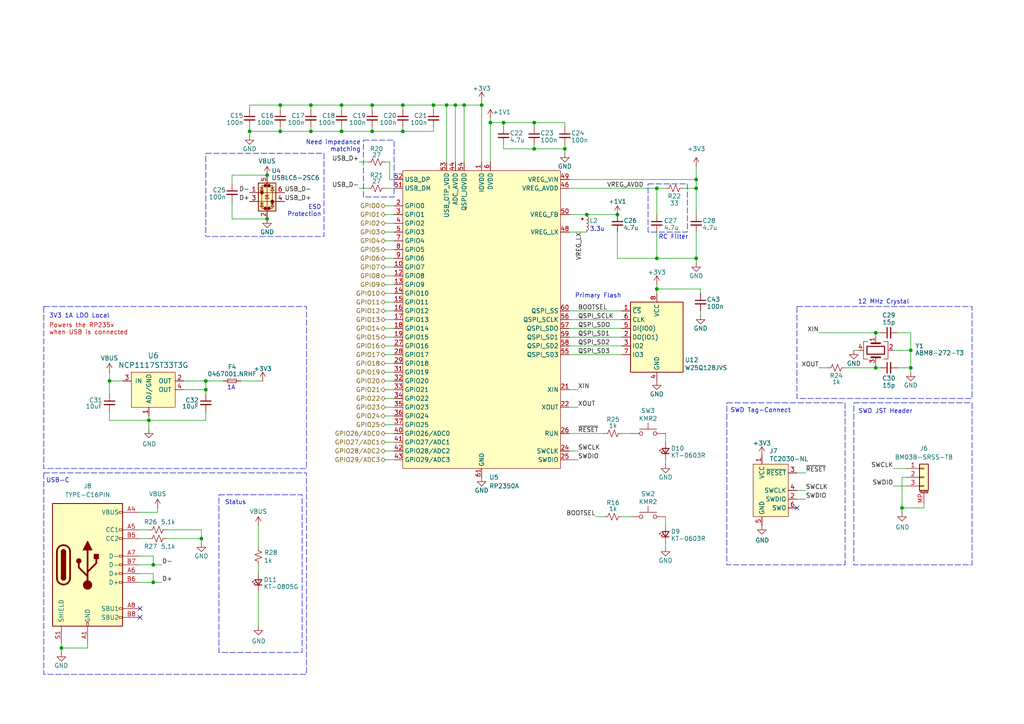
<source format=kicad_sch>
(kicad_sch (version 20231120) (generator "eeschema") (generator_version "8.0")
  (paper "A4")
  (lib_symbols
    (symbol "Connector:Conn_ARM_SWD_TagConnect_TC2030-NL" (in_bom no)
      (property "Reference" "J" (at 2.54 11.43 0))
      (property "Value" "Conn_ARM_SWD_TagConnect_TC2030-NL" (at 2.54 8.89 0))
      (symbol "Conn_ARM_SWD_TagConnect_TC2030-NL_0_0"
        (pin power_in line (at -2.54 10.16 270) (length 2.54) (name "VCC") (number "1"))
        (pin bidirectional line (at 7.62 -2.54 180) (length 2.54) (name "SWDIO") (number "2"))
        (pin open_collector line (at 7.62 5.08 180) (length 2.54) (name "~{RESET}") (number "3"))
        (pin output line (at 7.62 0 180) (length 2.54) (name "SWCLK") (number "4"))
        (pin power_in line (at -2.54 -10.16 90) (length 2.54) (name "GND") (number "5"))
        (pin input line (at 7.62 -5.08 180) (length 2.54) (name "SWO") (number "6"))
      )
    )
    (symbol "Connector:USB_C_Receptacle_USB2.0_16P" (pin_names (offset 1.016))
      (property "Reference" "J" (at 0 22.225 0))
      (property "Value" "USB_C_Receptacle_USB2.0_16P" (at 0 19.685 0))
      (symbol "USB_C_Receptacle_USB2.0_16P_1_1"
        (pin passive line (at 0 -22.86 90) (length 5.08) (name "GND") (number "A1"))
        (pin passive line (at 0 -22.86 90) (length 5.08) hide (name "GND") (number "A12"))
        (pin passive line (at 15.24 15.24 180) (length 5.08) (name "VBUS") (number "A4"))
        (pin bidirectional line (at 15.24 10.16 180) (length 5.08) (name "CC1") (number "A5"))
        (pin bidirectional line (at 15.24 -2.54 180) (length 5.08) (name "D+") (number "A6"))
        (pin bidirectional line (at 15.24 2.54 180) (length 5.08) (name "D-") (number "A7"))
        (pin bidirectional line (at 15.24 -12.7 180) (length 5.08) (name "SBU1") (number "A8"))
        (pin passive line (at 15.24 15.24 180) (length 5.08) hide (name "VBUS") (number "A9"))
        (pin passive line (at 0 -22.86 90) (length 5.08) hide (name "GND") (number "B1"))
        (pin passive line (at 0 -22.86 90) (length 5.08) hide (name "GND") (number "B12"))
        (pin passive line (at 15.24 15.24 180) (length 5.08) hide (name "VBUS") (number "B4"))
        (pin bidirectional line (at 15.24 7.62 180) (length 5.08) (name "CC2") (number "B5"))
        (pin bidirectional line (at 15.24 -5.08 180) (length 5.08) (name "D+") (number "B6"))
        (pin bidirectional line (at 15.24 0 180) (length 5.08) (name "D-") (number "B7"))
        (pin bidirectional line (at 15.24 -15.24 180) (length 5.08) (name "SBU2") (number "B8"))
        (pin passive line (at 15.24 15.24 180) (length 5.08) hide (name "VBUS") (number "B9"))
        (pin passive line (at -7.62 -22.86 90) (length 5.08) (name "SHIELD") (number "S1"))
      )
    )
    (symbol "Connector_Generic_MountingPin:Conn_01x03_MountingPin" (pin_names (offset 1.016) hide)
      (property "Reference" "J" (at 0 5.08 0))
      (property "Value" "Conn_01x03_MountingPin" (at 1.27 -5.08 0))
      (symbol "Conn_01x03_MountingPin_1_1"
        (text "Mounting" (at 0 -4.191 0) (effects (font (size 0.381 0.381))))
        (pin passive line (at -5.08 2.54 0) (length 3.81) (name "Pin_1") (number "1"))
        (pin passive line (at -5.08 0 0) (length 3.81) (name "Pin_2") (number "2"))
        (pin passive line (at -5.08 -2.54 0) (length 3.81) (name "Pin_3") (number "3"))
        (pin passive line (at 0 -7.62 90) (length 3.048) (name "MountPin") (number "MP"))
      )
    )
    (symbol "Device:C_Small" (pin_numbers hide) (pin_names (offset 0.254) hide)
      (property "Reference" "C" (at 0.254 1.778 0))
      (property "Value" "C_Small" (at 0.254 -2.032 0))
      (symbol "C_Small_1_1"
        (pin passive line (at 0 2.54 270) (length 2.032) (name "~") (number "1"))
        (pin passive line (at 0 -2.54 90) (length 2.032) (name "~") (number "2"))
      )
    )
    (symbol "Device:Crystal_GND24" (pin_names (offset 1.016) hide)
      (property "Reference" "Y" (at 3.175 5.08 0))
      (property "Value" "Crystal_GND24" (at 3.175 3.175 0))
      (symbol "Crystal_GND24_1_1"
        (pin passive line (at -3.81 0 0) (length 1.27) (name "1") (number "1"))
        (pin passive line (at 0 5.08 270) (length 1.27) (name "2") (number "2"))
        (pin passive line (at 3.81 0 180) (length 1.27) (name "3") (number "3"))
        (pin passive line (at 0 -5.08 90) (length 1.27) (name "4") (number "4"))
      )
    )
    (symbol "Device:Fuse_Small" (pin_numbers hide) (pin_names (offset 0.254) hide)
      (property "Reference" "F" (at 0 -1.524 0))
      (property "Value" "Fuse_Small" (at 0 1.524 0))
      (symbol "Fuse_Small_1_1"
        (pin passive line (at -2.54 0 0) (length 1.27) (name "~") (number "1"))
        (pin passive line (at 2.54 0 180) (length 1.27) (name "~") (number "2"))
      )
    )
    (symbol "Device:LED_Small" (pin_numbers hide) (pin_names (offset 0.254) hide)
      (property "Reference" "D" (at -1.27 3.175 0))
      (property "Value" "LED_Small" (at -4.445 -2.54 0))
      (symbol "LED_Small_1_1"
        (pin passive line (at -2.54 0 0) (length 1.778) (name "K") (number "1"))
        (pin passive line (at 2.54 0 180) (length 1.778) (name "A") (number "2"))
      )
    )
    (symbol "Device:L_Small" (pin_numbers hide) (pin_names (offset 0.254) hide)
      (property "Reference" "L" (at 0.762 1.016 0))
      (property "Value" "L_Small" (at 0.762 -1.016 0))
      (symbol "L_Small_1_1"
        (pin passive line (at 0 2.54 270) (length 0.508) (name "~") (number "1"))
        (pin passive line (at 0 -2.54 90) (length 0.508) (name "~") (number "2"))
      )
    )
    (symbol "Device:R_Small_US" (pin_numbers hide) (pin_names (offset 0.254) hide)
      (property "Reference" "R" (at 0.762 0.508 0))
      (property "Value" "R_Small_US" (at 0.762 -1.016 0))
      (symbol "R_Small_US_1_1"
        (pin passive line (at 0 2.54 270) (length 1.016) (name "~") (number "1"))
        (pin passive line (at 0 -2.54 90) (length 1.016) (name "~") (number "2"))
      )
    )
    (symbol "Memory_Flash:W25Q128JVS"
      (property "Reference" "U" (at -8.89 8.89 0))
      (property "Value" "W25Q128JVS" (at 7.62 8.89 0))
      (symbol "W25Q128JVS_1_1"
        (pin input line (at -10.16 7.62 0) (length 2.54) (name "~{CS}") (number "1"))
        (pin bidirectional line (at -10.16 0 0) (length 2.54) (name "DO(IO1)") (number "2"))
        (pin bidirectional line (at -10.16 -2.54 0) (length 2.54) (name "IO2") (number "3"))
        (pin power_in line (at 0 -12.7 90) (length 2.54) (name "GND") (number "4"))
        (pin bidirectional line (at -10.16 2.54 0) (length 2.54) (name "DI(IO0)") (number "5"))
        (pin input line (at -10.16 5.08 0) (length 2.54) (name "CLK") (number "6"))
        (pin bidirectional line (at -10.16 -5.08 0) (length 2.54) (name "IO3") (number "7"))
        (pin power_in line (at 0 12.7 270) (length 2.54) (name "VCC") (number "8"))
      )
    )
    (symbol "Power_Protection:USBLC6-2SC6" (pin_names hide)
      (property "Reference" "U" (at 0.635 5.715 0))
      (property "Value" "USBLC6-2SC6" (at 0.635 3.81 0))
      (symbol "USBLC6-2SC6_1_1"
        (pin passive line (at -5.08 0 0) (length 2.54) (name "I/O1") (number "1"))
        (pin passive line (at 0 -7.62 90) (length 2.54) (name "GND") (number "2"))
        (pin passive line (at -5.08 -2.54 0) (length 2.54) (name "I/O2") (number "3"))
        (pin passive line (at 5.08 -2.54 180) (length 2.54) (name "I/O2") (number "4"))
        (pin passive line (at 0 5.08 270) (length 2.54) (name "VBUS") (number "5"))
        (pin passive line (at 5.08 0 180) (length 2.54) (name "I/O1") (number "6"))
      )
    )
    (symbol "Switch:SW_Push" (pin_numbers hide) (pin_names (offset 1.016) hide)
      (property "Reference" "SW" (at 1.27 2.54 0))
      (property "Value" "SW_Push" (at 0 -1.524 0))
      (symbol "SW_Push_0_1"
        (pin passive line (at -5.08 0 0) (length 2.54) (name "1") (number "1"))
        (pin passive line (at 5.08 0 180) (length 2.54) (name "2") (number "2"))
      )
    )
    (symbol "dk_PMIC-Voltage-Regulators-Linear:NCP1117ST33T3G" (pin_names (offset 1.016))
      (property "Reference" "U" (at 2.54 3.81 0))
      (property "Value" "NCP1117ST33T3G" (at 2.54 6.35 0))
      (symbol "NCP1117ST33T3G_1_1"
        (pin power_in line (at 0 -10.16 90) (length 2.54) (name "ADJ/GND") (number "1"))
        (pin power_out line (at 10.16 0 180) (length 2.54) (name "OUT") (number "2"))
        (pin power_in line (at -7.62 0 0) (length 2.54) (name "IN") (number "3"))
        (pin power_out line (at 10.16 -2.54 180) (length 2.54) (name "OUT") (number "4"))
      )
    )
    (symbol "power:+1V1" (power) (pin_numbers hide) (pin_names (offset 0) hide)
      (property "Value" "+1V1" (at 0 3.556 0))
      (symbol "+1V1_1_1"
        (pin power_in line (at 0 0 90) (length 0) (name "~") (number "1"))
      )
    )
    (symbol "power:+3V3" (power) (pin_numbers hide) (pin_names (offset 0) hide)
      (property "Value" "+3V3" (at 0 3.556 0))
      (symbol "+3V3_1_1"
        (pin power_in line (at 0 0 90) (length 0) (name "~") (number "1"))
      )
    )
    (symbol "power:GND" (power) (pin_numbers hide) (pin_names (offset 0) hide)
      (property "Value" "GND" (at 0 -3.81 0))
      (symbol "GND_1_1"
        (pin power_in line (at 0 0 270) (length 0) (name "~") (number "1"))
      )
    )
    (symbol "power:VBUS" (power) (pin_numbers hide) (pin_names (offset 0) hide)
      (property "Value" "VBUS" (at 0 3.556 0))
      (symbol "VBUS_1_1"
        (pin power_in line (at 0 0 90) (length 0) (name "~") (number "1"))
      )
    )
    (symbol "rpi-lib-kicad-rp235x:RP2350A"
      (property "Reference" "U" (at 17.78 48.26 0))
      (property "Value" "RP2350A" (at 17.78 45.72 0))
      (symbol "RP2350A_0_0"
        (pin power_in line (at 0 45.72 270) (length 2.54) (name "IOVDD") (number "1"))
        (pin bidirectional line (at -25.4 15.24 0) (length 2.54) (name "GPIO7") (number "10"))
        (pin passive line (at 0 45.72 270) (length 2.54) hide (name "IOVDD") (number "11"))
        (pin bidirectional line (at -25.4 12.7 0) (length 2.54) (name "GPIO8") (number "12"))
        (pin bidirectional line (at -25.4 10.16 0) (length 2.54) (name "GPIO9") (number "13"))
        (pin bidirectional line (at -25.4 7.62 0) (length 2.54) (name "GPIO10") (number "14"))
        (pin bidirectional line (at -25.4 5.08 0) (length 2.54) (name "GPIO11") (number "15"))
        (pin bidirectional line (at -25.4 2.54 0) (length 2.54) (name "GPIO12") (number "16"))
        (pin bidirectional line (at -25.4 0 0) (length 2.54) (name "GPIO13") (number "17"))
        (pin bidirectional line (at -25.4 -2.54 0) (length 2.54) (name "GPIO14") (number "18"))
        (pin bidirectional line (at -25.4 -5.08 0) (length 2.54) (name "GPIO15") (number "19"))
        (pin bidirectional line (at -25.4 33.02 0) (length 2.54) (name "GPIO0") (number "2"))
        (pin passive line (at 0 45.72 270) (length 2.54) hide (name "IOVDD") (number "20"))
        (pin input line (at 25.4 -20.32 180) (length 2.54) (name "XIN") (number "21"))
        (pin output line (at 25.4 -25.4 180) (length 2.54) (name "XOUT") (number "22"))
        (pin passive line (at 2.54 45.72 270) (length 2.54) hide (name "DVDD") (number "23"))
        (pin input line (at 25.4 -38.1 180) (length 2.54) (name "SWCLK") (number "24"))
        (pin bidirectional line (at 25.4 -40.64 180) (length 2.54) (name "SWDIO") (number "25"))
        (pin input line (at 25.4 -33.02 180) (length 2.54) (name "RUN") (number "26"))
        (pin bidirectional line (at -25.4 -7.62 0) (length 2.54) (name "GPIO16") (number "27"))
        (pin bidirectional line (at -25.4 -10.16 0) (length 2.54) (name "GPIO17") (number "28"))
        (pin bidirectional line (at -25.4 -12.7 0) (length 2.54) (name "GPIO18") (number "29"))
        (pin bidirectional line (at -25.4 30.48 0) (length 2.54) (name "GPIO1") (number "3"))
        (pin passive line (at 0 45.72 270) (length 2.54) hide (name "IOVDD") (number "30"))
        (pin bidirectional line (at -25.4 -15.24 0) (length 2.54) (name "GPIO19") (number "31"))
        (pin bidirectional line (at -25.4 -17.78 0) (length 2.54) (name "GPIO20") (number "32"))
        (pin bidirectional line (at -25.4 -20.32 0) (length 2.54) (name "GPIO21") (number "33"))
        (pin bidirectional line (at -25.4 -22.86 0) (length 2.54) (name "GPIO22") (number "34"))
        (pin bidirectional line (at -25.4 -25.4 0) (length 2.54) (name "GPIO23") (number "35"))
        (pin bidirectional line (at -25.4 -27.94 0) (length 2.54) (name "GPIO24") (number "36"))
        (pin bidirectional line (at -25.4 -30.48 0) (length 2.54) (name "GPIO25") (number "37"))
        (pin passive line (at 0 45.72 270) (length 2.54) hide (name "IOVDD") (number "38"))
        (pin passive line (at 2.54 45.72 270) (length 2.54) hide (name "DVDD") (number "39"))
        (pin bidirectional line (at -25.4 27.94 0) (length 2.54) (name "GPIO2") (number "4"))
        (pin bidirectional line (at -25.4 -33.02 0) (length 2.54) (name "GPIO26/ADC0") (number "40"))
        (pin bidirectional line (at -25.4 -35.56 0) (length 2.54) (name "GPIO27/ADC1") (number "41"))
        (pin bidirectional line (at -25.4 -38.1 0) (length 2.54) (name "GPIO28/ADC2") (number "42"))
        (pin bidirectional line (at -25.4 -40.64 0) (length 2.54) (name "GPIO29/ADC3") (number "43"))
        (pin power_in line (at -7.62 45.72 270) (length 2.54) (name "ADC_AVDD") (number "44"))
        (pin passive line (at 0 45.72 270) (length 2.54) hide (name "IOVDD") (number "45"))
        (pin power_in line (at 25.4 38.1 180) (length 2.54) (name "VREG_AVDD") (number "46"))
        (pin passive line (at 25.4 25.4 180) (length 2.54) (name "VREG_LX") (number "48"))
        (pin power_in line (at 25.4 40.64 180) (length 2.54) (name "VREG_VIN") (number "49"))
        (pin bidirectional line (at -25.4 25.4 0) (length 2.54) (name "GPIO3") (number "5"))
        (pin passive line (at 25.4 30.48 180) (length 2.54) (name "VREG_FB") (number "50"))
        (pin bidirectional line (at -25.4 38.1 0) (length 2.54) (name "USB_DM") (number "51"))
        (pin bidirectional line (at -25.4 40.64 0) (length 2.54) (name "USB_DP") (number "52"))
        (pin power_in line (at -10.16 45.72 270) (length 2.54) (name "USB_OTP_VDD") (number "53"))
        (pin power_in line (at -5.08 45.72 270) (length 2.54) (name "QSPI_IOVDD") (number "54"))
        (pin unspecified line (at 25.4 -10.16 180) (length 2.54) (name "QSPI_SD3") (number "55"))
        (pin unspecified line (at 25.4 0 180) (length 2.54) (name "QSPI_SCLK") (number "56"))
        (pin unspecified line (at 25.4 -2.54 180) (length 2.54) (name "QSPI_SDO") (number "57"))
        (pin unspecified line (at 25.4 -7.62 180) (length 2.54) (name "QSPI_SD2") (number "58"))
        (pin unspecified line (at 25.4 -5.08 180) (length 2.54) (name "QSPI_SD1") (number "59"))
        (pin power_in line (at 2.54 45.72 270) (length 2.54) (name "DVDD") (number "6"))
        (pin unspecified line (at 25.4 2.54 180) (length 2.54) (name "QSPI_SS") (number "60"))
        (pin bidirectional line (at -25.4 22.86 0) (length 2.54) (name "GPIO4") (number "7"))
        (pin bidirectional line (at -25.4 20.32 0) (length 2.54) (name "GPIO5") (number "8"))
        (pin bidirectional line (at -25.4 17.78 0) (length 2.54) (name "GPIO6") (number "9"))
      )
      (symbol "RP2350A_1_0"
        (pin passive line (at 0 -45.72 90) (length 2.54) hide (name "VREG_PGND") (number "47"))
        (pin power_in line (at 0 -45.72 90) (length 2.54) (name "GND") (number "61"))
      )
    )
  )
  (junction (at 264.16 106.68))
  (junction (at 43.18 121.92))
  (junction (at 139.7 30.48))
  (junction (at 81.28 30.48))
  (junction (at 163.83 43.18))
  (junction (at 142.24 35.56))
  (junction (at 132.08 30.48))
  (junction (at 201.93 74.93))
  (junction (at 44.45 168.91))
  (junction (at 190.5 74.93))
  (junction (at 190.5 54.61))
  (junction (at 125.73 30.48))
  (junction (at 107.95 38.1))
  (junction (at 190.5 83.82))
  (junction (at 99.06 38.1))
  (junction (at 134.62 30.48))
  (junction (at 59.69 113.03))
  (junction (at 31.75 110.49))
  (junction (at 90.17 30.48))
  (junction (at 201.93 54.61))
  (junction (at 77.47 50.8))
  (junction (at 17.78 187.96))
  (junction (at 59.69 110.49))
  (junction (at 261.62 147.32))
  (junction (at 77.47 63.5))
  (junction (at 116.84 30.48))
  (junction (at 154.94 43.18))
  (junction (at 81.28 38.1))
  (junction (at 201.93 52.07))
  (junction (at 116.84 38.1))
  (junction (at 129.54 30.48))
  (junction (at 170.18 62.23))
  (junction (at 179.07 62.23))
  (junction (at 146.05 35.56))
  (junction (at 254 106.68))
  (junction (at 99.06 30.48))
  (junction (at 107.95 30.48))
  (junction (at 264.16 101.6))
  (junction (at 58.42 156.21))
  (junction (at 72.39 38.1))
  (junction (at 254 96.52))
  (junction (at 90.17 38.1))
  (junction (at 154.94 35.56))
  (junction (at 44.45 163.83))
  (no_connect (at 40.64 176.53))
  (no_connect (at 231.14 147.32))
  (no_connect (at 40.64 179.07))
  (wire (pts (xy 45.72 147.32) (xy 45.72 148.59)))
  (wire (pts (xy 74.93 163.83) (xy 74.93 166.37)))
  (wire (pts (xy 163.83 35.56) (xy 163.83 36.83)))
  (wire (pts (xy 31.75 121.92) (xy 43.18 121.92)))
  (wire (pts (xy 111.76 80.01) (xy 114.3 80.01)))
  (wire (pts (xy 201.93 54.61) (xy 201.93 52.07)))
  (wire (pts (xy 254 96.52) (xy 255.27 96.52)))
  (wire (pts (xy 111.76 67.31) (xy 114.3 67.31)))
  (wire (pts (xy 40.64 166.37) (xy 44.45 166.37)))
  (wire (pts (xy 48.26 156.21) (xy 58.42 156.21)))
  (wire (pts (xy 201.93 48.26) (xy 201.93 52.07)))
  (wire (pts (xy 31.75 121.92) (xy 31.75 119.38)))
  (wire (pts (xy 163.83 41.91) (xy 163.83 43.18)))
  (wire (pts (xy 237.49 96.52) (xy 254 96.52)))
  (wire (pts (xy 113.03 46.99) (xy 113.03 52.07)))
  (wire (pts (xy 165.1 54.61) (xy 190.5 54.61)))
  (wire (pts (xy 111.76 128.27) (xy 114.3 128.27)))
  (wire (pts (xy 44.45 163.83) (xy 46.99 163.83)))
  (wire (pts (xy 107.95 36.83) (xy 107.95 38.1)))
  (wire (pts (xy 245.11 106.68) (xy 254 106.68)))
  (wire (pts (xy 260.35 96.52) (xy 264.16 96.52)))
  (wire (pts (xy 111.76 77.47) (xy 114.3 77.47)))
  (wire (pts (xy 201.93 74.93) (xy 201.93 76.2)))
  (wire (pts (xy 262.89 138.43) (xy 261.62 138.43)))
  (wire (pts (xy 90.17 30.48) (xy 90.17 31.75)))
  (wire (pts (xy 165.1 97.79) (xy 180.34 97.79)))
  (wire (pts (xy 99.06 30.48) (xy 99.06 31.75)))
  (wire (pts (xy 254 106.68) (xy 255.27 106.68)))
  (wire (pts (xy 142.24 34.29) (xy 142.24 35.56)))
  (wire (pts (xy 111.76 95.25) (xy 114.3 95.25)))
  (wire (pts (xy 81.28 36.83) (xy 81.28 38.1)))
  (wire (pts (xy 111.76 118.11) (xy 114.3 118.11)))
  (wire (pts (xy 31.75 107.95) (xy 31.75 110.49)))
  (wire (pts (xy 170.18 62.23) (xy 179.07 62.23)))
  (wire (pts (xy 111.76 107.95) (xy 114.3 107.95)))
  (wire (pts (xy 264.16 107.95) (xy 264.16 106.68)))
  (wire (pts (xy 259.08 101.6) (xy 264.16 101.6)))
  (wire (pts (xy 67.31 50.8) (xy 67.31 53.34)))
  (wire (pts (xy 190.5 74.93) (xy 201.93 74.93)))
  (wire (pts (xy 111.76 113.03) (xy 114.3 113.03)))
  (wire (pts (xy 167.64 118.11) (xy 165.1 118.11)))
  (wire (pts (xy 139.7 29.21) (xy 139.7 30.48)))
  (wire (pts (xy 111.76 59.69) (xy 114.3 59.69)))
  (wire (pts (xy 129.54 30.48) (xy 129.54 46.99)))
  (wire (pts (xy 74.93 152.4) (xy 74.93 158.75)))
  (wire (pts (xy 17.78 187.96) (xy 17.78 189.23)))
  (wire (pts (xy 111.76 130.81) (xy 114.3 130.81)))
  (wire (pts (xy 203.2 90.17) (xy 203.2 91.44)))
  (wire (pts (xy 260.35 106.68) (xy 264.16 106.68)))
  (wire (pts (xy 139.7 30.48) (xy 139.7 46.99)))
  (wire (pts (xy 59.69 110.49) (xy 59.69 113.03)))
  (wire (pts (xy 111.76 125.73) (xy 114.3 125.73)))
  (wire (pts (xy 99.06 30.48) (xy 90.17 30.48)))
  (wire (pts (xy 111.76 69.85) (xy 114.3 69.85)))
  (wire (pts (xy 146.05 35.56) (xy 146.05 36.83)))
  (wire (pts (xy 190.5 67.31) (xy 190.5 74.93)))
  (wire (pts (xy 193.04 157.48) (xy 193.04 158.75)))
  (wire (pts (xy 233.68 144.78) (xy 231.14 144.78)))
  (wire (pts (xy 111.76 97.79) (xy 114.3 97.79)))
  (wire (pts (xy 261.62 148.59) (xy 261.62 147.32)))
  (wire (pts (xy 59.69 121.92) (xy 43.18 121.92)))
  (wire (pts (xy 107.95 30.48) (xy 99.06 30.48)))
  (wire (pts (xy 264.16 101.6) (xy 264.16 106.68)))
  (wire (pts (xy 193.04 125.73) (xy 193.04 128.27)))
  (wire (pts (xy 44.45 168.91) (xy 46.99 168.91)))
  (wire (pts (xy 59.69 110.49) (xy 64.77 110.49)))
  (wire (pts (xy 165.1 100.33) (xy 180.34 100.33)))
  (wire (pts (xy 113.03 46.99) (xy 111.76 46.99)))
  (wire (pts (xy 81.28 38.1) (xy 90.17 38.1)))
  (wire (pts (xy 43.18 121.92) (xy 43.18 120.65)))
  (wire (pts (xy 40.64 156.21) (xy 43.18 156.21)))
  (wire (pts (xy 264.16 96.52) (xy 264.16 101.6)))
  (wire (pts (xy 190.5 62.23) (xy 190.5 54.61)))
  (wire (pts (xy 107.95 30.48) (xy 116.84 30.48)))
  (wire (pts (xy 125.73 30.48) (xy 116.84 30.48)))
  (wire (pts (xy 201.93 67.31) (xy 201.93 74.93)))
  (wire (pts (xy 165.1 67.31) (xy 170.18 67.31)))
  (wire (pts (xy 190.5 83.82) (xy 203.2 83.82)))
  (wire (pts (xy 146.05 41.91) (xy 146.05 43.18)))
  (wire (pts (xy 165.1 92.71) (xy 180.34 92.71)))
  (wire (pts (xy 163.83 43.18) (xy 154.94 43.18)))
  (wire (pts (xy 163.83 43.18) (xy 163.83 44.45)))
  (wire (pts (xy 165.1 95.25) (xy 180.34 95.25)))
  (wire (pts (xy 111.76 74.93) (xy 114.3 74.93)))
  (wire (pts (xy 69.85 110.49) (xy 76.2 110.49)))
  (wire (pts (xy 167.64 130.81) (xy 165.1 130.81)))
  (wire (pts (xy 67.31 63.5) (xy 77.47 63.5)))
  (wire (pts (xy 165.1 62.23) (xy 170.18 62.23)))
  (wire (pts (xy 31.75 110.49) (xy 35.56 110.49)))
  (wire (pts (xy 31.75 114.3) (xy 31.75 110.49)))
  (wire (pts (xy 104.14 54.61) (xy 106.68 54.61)))
  (wire (pts (xy 111.76 123.19) (xy 114.3 123.19)))
  (wire (pts (xy 81.28 38.1) (xy 72.39 38.1)))
  (wire (pts (xy 116.84 38.1) (xy 125.73 38.1)))
  (wire (pts (xy 198.12 54.61) (xy 201.93 54.61)))
  (wire (pts (xy 254 105.41) (xy 254 106.68)))
  (wire (pts (xy 48.26 153.67) (xy 58.42 153.67)))
  (wire (pts (xy 116.84 38.1) (xy 107.95 38.1)))
  (wire (pts (xy 154.94 41.91) (xy 154.94 43.18)))
  (wire (pts (xy 233.68 142.24) (xy 231.14 142.24)))
  (wire (pts (xy 116.84 30.48) (xy 116.84 31.75)))
  (wire (pts (xy 203.2 83.82) (xy 203.2 85.09)))
  (wire (pts (xy 81.28 30.48) (xy 81.28 31.75)))
  (wire (pts (xy 116.84 36.83) (xy 116.84 38.1)))
  (wire (pts (xy 111.76 100.33) (xy 114.3 100.33)))
  (wire (pts (xy 180.34 149.86) (xy 182.88 149.86)))
  (wire (pts (xy 43.18 121.92) (xy 43.18 124.46)))
  (wire (pts (xy 154.94 35.56) (xy 163.83 35.56)))
  (wire (pts (xy 180.34 125.73) (xy 182.88 125.73)))
  (wire (pts (xy 247.65 101.6) (xy 248.92 101.6)))
  (wire (pts (xy 165.1 52.07) (xy 201.93 52.07)))
  (wire (pts (xy 53.34 110.49) (xy 59.69 110.49)))
  (wire (pts (xy 44.45 161.29) (xy 40.64 161.29)))
  (wire (pts (xy 58.42 157.48) (xy 58.42 156.21)))
  (wire (pts (xy 104.14 46.99) (xy 106.68 46.99)))
  (wire (pts (xy 134.62 30.48) (xy 134.62 46.99)))
  (wire (pts (xy 113.03 52.07) (xy 114.3 52.07)))
  (wire (pts (xy 40.64 163.83) (xy 44.45 163.83)))
  (wire (pts (xy 111.76 72.39) (xy 114.3 72.39)))
  (wire (pts (xy 165.1 125.73) (xy 175.26 125.73)))
  (wire (pts (xy 142.24 35.56) (xy 142.24 46.99)))
  (wire (pts (xy 59.69 113.03) (xy 59.69 114.3)))
  (wire (pts (xy 154.94 35.56) (xy 154.94 36.83)))
  (wire (pts (xy 111.76 64.77) (xy 114.3 64.77)))
  (wire (pts (xy 267.97 147.32) (xy 267.97 146.05)))
  (wire (pts (xy 58.42 153.67) (xy 58.42 156.21)))
  (wire (pts (xy 261.62 138.43) (xy 261.62 147.32)))
  (wire (pts (xy 17.78 186.69) (xy 17.78 187.96)))
  (wire (pts (xy 125.73 30.48) (xy 125.73 31.75)))
  (wire (pts (xy 111.76 54.61) (xy 114.3 54.61)))
  (wire (pts (xy 44.45 166.37) (xy 44.45 168.91)))
  (wire (pts (xy 179.07 74.93) (xy 190.5 74.93)))
  (wire (pts (xy 99.06 38.1) (xy 107.95 38.1)))
  (wire (pts (xy 172.72 149.86) (xy 175.26 149.86)))
  (wire (pts (xy 233.68 137.16) (xy 231.14 137.16)))
  (wire (pts (xy 125.73 30.48) (xy 129.54 30.48)))
  (wire (pts (xy 90.17 30.48) (xy 81.28 30.48)))
  (wire (pts (xy 146.05 35.56) (xy 154.94 35.56)))
  (wire (pts (xy 67.31 50.8) (xy 77.47 50.8)))
  (wire (pts (xy 25.4 186.69) (xy 25.4 187.96)))
  (wire (pts (xy 111.76 133.35) (xy 114.3 133.35)))
  (wire (pts (xy 72.39 36.83) (xy 72.39 38.1)))
  (wire (pts (xy 111.76 87.63) (xy 114.3 87.63)))
  (wire (pts (xy 111.76 90.17) (xy 114.3 90.17)))
  (wire (pts (xy 259.08 135.89) (xy 262.89 135.89)))
  (wire (pts (xy 259.08 140.97) (xy 262.89 140.97)))
  (wire (pts (xy 167.64 113.03) (xy 165.1 113.03)))
  (wire (pts (xy 111.76 120.65) (xy 114.3 120.65)))
  (wire (pts (xy 237.49 106.68) (xy 240.03 106.68)))
  (wire (pts (xy 254 97.79) (xy 254 96.52)))
  (wire (pts (xy 190.5 85.09) (xy 190.5 83.82)))
  (wire (pts (xy 132.08 30.48) (xy 132.08 46.99)))
  (wire (pts (xy 111.76 62.23) (xy 114.3 62.23)))
  (wire (pts (xy 99.06 36.83) (xy 99.06 38.1)))
  (wire (pts (xy 81.28 30.48) (xy 72.39 30.48)))
  (wire (pts (xy 74.93 171.45) (xy 74.93 181.61)))
  (wire (pts (xy 111.76 102.87) (xy 114.3 102.87)))
  (wire (pts (xy 201.93 54.61) (xy 201.93 62.23)))
  (wire (pts (xy 165.1 102.87) (xy 180.34 102.87)))
  (wire (pts (xy 67.31 58.42) (xy 67.31 63.5)))
  (wire (pts (xy 193.04 149.86) (xy 193.04 152.4)))
  (wire (pts (xy 190.5 82.55) (xy 190.5 83.82)))
  (wire (pts (xy 134.62 30.48) (xy 139.7 30.48)))
  (wire (pts (xy 129.54 30.48) (xy 132.08 30.48)))
  (wire (pts (xy 111.76 85.09) (xy 114.3 85.09)))
  (wire (pts (xy 125.73 36.83) (xy 125.73 38.1)))
  (wire (pts (xy 154.94 43.18) (xy 146.05 43.18)))
  (wire (pts (xy 44.45 163.83) (xy 44.45 161.29)))
  (wire (pts (xy 45.72 148.59) (xy 40.64 148.59)))
  (wire (pts (xy 179.07 67.31) (xy 179.07 74.93)))
  (wire (pts (xy 167.64 133.35) (xy 165.1 133.35)))
  (wire (pts (xy 111.76 82.55) (xy 114.3 82.55)))
  (wire (pts (xy 90.17 36.83) (xy 90.17 38.1)))
  (wire (pts (xy 99.06 38.1) (xy 90.17 38.1)))
  (wire (pts (xy 111.76 92.71) (xy 114.3 92.71)))
  (wire (pts (xy 261.62 147.32) (xy 267.97 147.32)))
  (wire (pts (xy 40.64 153.67) (xy 43.18 153.67)))
  (wire (pts (xy 72.39 30.48) (xy 72.39 31.75)))
  (wire (pts (xy 40.64 168.91) (xy 44.45 168.91)))
  (wire (pts (xy 111.76 110.49) (xy 114.3 110.49)))
  (wire (pts (xy 59.69 119.38) (xy 59.69 121.92)))
  (wire (pts (xy 72.39 38.1) (xy 72.39 39.37)))
  (wire (pts (xy 142.24 35.56) (xy 146.05 35.56)))
  (wire (pts (xy 111.76 105.41) (xy 114.3 105.41)))
  (wire (pts (xy 111.76 115.57) (xy 114.3 115.57)))
  (wire (pts (xy 193.04 133.35) (xy 193.04 134.62)))
  (wire (pts (xy 107.95 30.48) (xy 107.95 31.75)))
  (wire (pts (xy 53.34 113.03) (xy 59.69 113.03)))
  (wire (pts (xy 132.08 30.48) (xy 134.62 30.48)))
  (wire (pts (xy 190.5 54.61) (xy 193.04 54.61)))
  (wire (pts (xy 25.4 187.96) (xy 17.78 187.96)))
  (wire (pts (xy 165.1 90.17) (xy 180.34 90.17)))
  (rectangle (start 247.65 116.84) (end 281.94 163.83) (stroke (width 0) (type dash)))
  (rectangle (start 105.41 40.64) (end 114.3 57.15) (stroke (width 0) (type dash)))
  (circle (center 168.91 63.5) (radius 0.254) (stroke (width 0) (color 132 0 0 1)) (fill (type color) (color 132 0 0 1)))
  (rectangle (start 59.69 44.45) (end 93.98 68.58) (stroke (width 0) (type dash)))
  (rectangle (start 210.82 116.84) (end 245.11 163.83) (stroke (width 0) (type dash)))
  (rectangle (start 231.14 88.9) (end 281.94 115.57) (stroke (width 0) (type dash)))
  (rectangle (start 12.7 137.16) (end 88.9 195.58) (stroke (width 0) (type dash)))
  (rectangle (start 187.96 53.34) (end 199.39 67.31) (stroke (width 0) (type dash)))
  (rectangle (start 12.7 88.9) (end 88.9 135.89) (stroke (width 0) (type dash)))
  (rectangle (start 63.5 143.51) (end 87.63 189.23) (stroke (width 0) (type dash)))
  (text "SWD Tag-Connect" (at 211.836 119.126 0) (effects (font (size 1.27 1.27)) (justify left)))
  (text "3.3u" (at 173.228 66.548 0) (effects (font (size 1.27 1.27))))
  (text "Status" (at 68.326 145.796 0) (effects (font (size 1.27 1.27))))
  (text "RC Filter" (at 195.326 68.834 0) (effects (font (size 1.27 1.27))))
  (text "Primary Flash" (at 173.482 85.852 0) (effects (font (size 1.27 1.27))))
  (text "ESD\nProtection" (at 93.218 61.214 0) (effects (font (size 1.27 1.27)) (justify right)))
  (text "Need impedance\nmatching" (at 104.648 42.418 0) (effects (font (size 1.27 1.27)) (justify right)))
  (text "3V3 1A LDO Local" (at 14.224 91.694 0) (effects (font (size 1.27 1.27)) (justify left)))
  (text "USB-C" (at 16.764 139.446 0) (effects (font (size 1.27 1.27))))
  (text "1A" (at 67.056 112.522 0) (effects (font (size 1.27 1.27))))
  (text "12 MHz Crystal" (at 256.286 87.63 0) (effects (font (size 1.27 1.27))))
  (text "Powers the RP235x\nwhen USB is connected" (at 14.224 95.504 0) (effects (font (size 1.27 1.27)) (justify left)))
  (text "SWD JST Header" (at 248.92 119.38 0) (effects (font (size 1.27 1.27)) (justify left)))
  (label "SWCLK" (at 233.68 142.24 0))
  (label "D+" (at 46.99 168.91 0))
  (label "XIN" (at 237.49 96.52 180))
  (label "D-" (at 46.99 163.83 0))
  (label "XOUT" (at 237.49 106.68 180))
  (label "BOOTSEL" (at 172.72 149.86 180))
  (label "D+" (at 72.39 58.42 180))
  (label "QSPI_SDO" (at 167.64 95.25 0))
  (label "QSPI_SCLK" (at 167.64 92.71 0))
  (label "SWDIO" (at 259.08 140.97 180))
  (label "USB_D+" (at 82.55 58.42 0))
  (label "XOUT" (at 167.64 118.11 0))
  (label "QSPI_SD2" (at 167.64 100.33 0))
  (label "VREG_LX" (at 168.91 67.31 270))
  (label "SWCLK" (at 259.08 135.89 180))
  (label "SWDIO" (at 233.68 144.78 0))
  (label "BOOTSEL" (at 167.64 90.17 0))
  (label "D-" (at 72.39 55.88 180))
  (label "~{RESET}" (at 233.68 137.16 0))
  (label "QSPI_SD1" (at 167.64 97.79 0))
  (label "USB_D-" (at 104.14 54.61 180))
  (label "QSPI_SD3" (at 167.64 102.87 0))
  (label "VREG_AVDD" (at 186.69 54.61 180))
  (label "USB_D+" (at 104.14 46.99 180))
  (label "~{RESET}" (at 167.64 125.73 0))
  (label "SWCLK" (at 167.64 130.81 0))
  (label "SWDIO" (at 167.64 133.35 0))
  (label "USB_D-" (at 82.55 55.88 0))
  (label "XIN" (at 167.64 113.03 0))
  (hierarchical_label "GPIO4" (shape bidirectional) (at 111.76 69.85 180))
  (hierarchical_label "GPIO23" (shape bidirectional) (at 111.76 118.11 180))
  (hierarchical_label "GPIO27/ADC1" (shape bidirectional) (at 111.76 128.27 180))
  (hierarchical_label "GPIO11" (shape bidirectional) (at 111.76 87.63 180))
  (hierarchical_label "GPIO12" (shape bidirectional) (at 111.76 90.17 180))
  (hierarchical_label "GPIO7" (shape bidirectional) (at 111.76 77.47 180))
  (hierarchical_label "GPIO20" (shape bidirectional) (at 111.76 110.49 180))
  (hierarchical_label "GPIO22" (shape bidirectional) (at 111.76 115.57 180))
  (hierarchical_label "GPIO24" (shape bidirectional) (at 111.76 120.65 180))
  (hierarchical_label "GPIO3" (shape bidirectional) (at 111.76 67.31 180))
  (hierarchical_label "GPIO29/ADC3" (shape bidirectional) (at 111.76 133.35 180))
  (hierarchical_label "GPIO25" (shape bidirectional) (at 111.76 123.19 180))
  (hierarchical_label "GPIO14" (shape bidirectional) (at 111.76 95.25 180))
  (hierarchical_label "GPIO21" (shape bidirectional) (at 111.76 113.03 180))
  (hierarchical_label "GPIO15" (shape bidirectional) (at 111.76 97.79 180))
  (hierarchical_label "GPIO1" (shape bidirectional) (at 111.76 62.23 180))
  (hierarchical_label "GPIO8" (shape bidirectional) (at 111.76 80.01 180))
  (hierarchical_label "GPIO18" (shape bidirectional) (at 111.76 105.41 180))
  (hierarchical_label "GPIO19" (shape bidirectional) (at 111.76 107.95 180))
  (hierarchical_label "GPIO17" (shape bidirectional) (at 111.76 102.87 180))
  (hierarchical_label "GPIO28/ADC2" (shape bidirectional) (at 111.76 130.81 180))
  (hierarchical_label "GPIO16" (shape bidirectional) (at 111.76 100.33 180))
  (hierarchical_label "GPIO5" (shape bidirectional) (at 111.76 72.39 180))
  (hierarchical_label "GPIO26/ADC0" (shape bidirectional) (at 111.76 125.73 180))
  (hierarchical_label "GPIO6" (shape bidirectional) (at 111.76 74.93 180))
  (hierarchical_label "GPIO9" (shape bidirectional) (at 111.76 82.55 180))
  (hierarchical_label "GPIO0" (shape bidirectional) (at 111.76 59.69 180))
  (hierarchical_label "GPIO2" (shape bidirectional) (at 111.76 64.77 180))
  (hierarchical_label "GPIO13" (shape bidirectional) (at 111.76 92.71 180))
  (hierarchical_label "GPIO10" (shape bidirectional) (at 111.76 85.09 180))
  (symbol (lib_id "Power_Protection:USBLC6-2SC6") (at 77.47 55.88 0) (unit 1)
    (property "Reference" "U4" (at 78.74 49.53 0) (effects (justify left)))
    (property "Value" "USBLC6-2SC6" (at 78.74 51.562 0) (effects (justify left)))
    (property "Footprint" "Package_TO_SOT_SMD:SOT-23-6" (effects (hide yes)))
    (property "Datasheet" "https://www.st.com/resource/en/datasheet/usblc6-2.pdf" (effects (hide yes)))
    (property "Description" "Very low capacitance ESD protection diode, 2 data-line, SOT-23-6" (effects (hide yes)))
  )
  (symbol (lib_id "Device:R_Small_US") (at 74.93 161.29 180) (unit 1)
    (property "Reference" "R28" (at 80.518 160.274 0) (effects (justify left)))
    (property "Value" "1k" (at 78.994 162.56 0) (effects (justify left)))
    (property "Footprint" "Resistor_SMD:R_0402_1005Metric" (effects (hide yes)))
    (property "Description" "Resistor, small US symbol" (effects (hide yes)))
  )
  (symbol (lib_id "Device:C_Small") (at 154.94 39.37 0) (unit 1)
    (property "Reference" "C23" (at 156.718 38.608 0) (effects (justify left)))
    (property "Value" "100n" (at 156.718 40.6462 0) (effects (justify left)))
    (property "Footprint" "Capacitor_SMD:C_0402_1005Metric" (effects (hide yes)))
    (property "Description" "Unpolarized capacitor, small symbol" (effects (hide yes)))
  )
  (symbol (lib_id "Device:C_Small") (at 257.81 96.52 90) (unit 1)
    (property "Reference" "C29" (at 257.81 91.4338 90))
    (property "Value" "15p" (at 257.81 93.472 90))
    (property "Footprint" "Capacitor_SMD:C_0402_1005Metric" (effects (hide yes)))
    (property "Description" "Unpolarized capacitor, small symbol" (effects (hide yes)))
  )
  (symbol (lib_id "dk_PMIC-Voltage-Regulators-Linear:NCP1117ST33T3G") (at 43.18 110.49 0) (unit 1)
    (property "Reference" "U6" (at 44.45 103.124 0) (effects (font (size 1.524 1.524))))
    (property "Value" "NCP1117ST33T3G" (at 44.45 105.918 0) (effects (font (size 1.524 1.524))))
    (property "Footprint" "digikey-footprints:SOT-223" (effects (hide yes)))
    (property "Datasheet" "https://www.onsemi.com/pub/Collateral/NCP1117-D.PDF" (effects (hide yes)))
    (property "Description" "IC REG LINEAR 3.3V 1A SOT223" (effects (hide yes)))
    (property "MPN" "NCP1117ST33T3G" (effects (hide yes)))
    (property "Category" "Integrated Circuits (ICs)" (effects (hide yes)))
    (property "Family" "PMIC - Voltage Regulators - Linear" (effects (hide yes)))
    (property "DK_Datasheet_Link" "https://www.onsemi.com/pub/Collateral/NCP1117-D.PDF" (effects (hide yes)))
    (property "DK_Detail_Page" "/product-detail/en/on-semiconductor/NCP1117ST33T3G/NCP1117ST33T3GOSCT-ND/660708" (effects (hide yes)))
    (property "Manufacturer" "ON Semiconductor" (effects (hide yes)))
    (property "Status" "Active" (effects (hide yes)))
  )
  (symbol (lib_id "Device:LED_Small") (at 193.04 130.81 90) (unit 1)
    (property "Reference" "D10" (at 194.564 130.048 90) (effects (justify right)))
    (property "Value" "KT-0603R" (at 194.564 132.08 90) (effects (justify right)))
    (property "Footprint" "LED_SMD:LED_0603_1608Metric" (effects (hide yes)))
    (property "Description" "Light emitting diode, small symbol" (effects (hide yes)))
  )
  (symbol (lib_id "Connector:USB_C_Receptacle_USB2.0_16P") (at 25.4 163.83 0) (unit 1)
    (property "Reference" "J8" (at 25.4 140.97 0))
    (property "Value" "TYPE-C16PIN" (at 25.4 143.51 0))
    (property "Footprint" "Connector_USB:USB_C_Receptacle_GCT_USB4105-xx-A_16P_TopMnt_Horizontal" (effects (hide yes)))
    (property "Datasheet" "https://www.usb.org/sites/default/files/documents/usb_type-c.zip" (effects (hide yes)))
    (property "Description" "USB 2.0-only 16P Type-C Receptacle connector" (effects (hide yes)))
  )
  (symbol (lib_id "Switch:SW_Push") (at 187.96 125.73 0) (unit 1)
    (property "Reference" "SW3" (at 187.96 119.126 0))
    (property "Value" "KMR2" (at 187.96 121.412 0))
    (property "Footprint" "Button_Switch_SMD:SW_Push_1P1T_NO_CK_KMR2" (effects (hide yes)))
    (property "Description" "Push button switch, generic, two pins" (effects (hide yes)))
  )
  (symbol (lib_id "power:VBUS") (at 45.72 147.32 0) (unit 1)
    (property "Reference" "#PWR054" (effects (hide yes)))
    (property "Value" "VBUS" (at 45.72 143.256 0))
    (property "Description" "Power symbol creates a global label with name \"VBUS\"" (effects (hide yes)))
  )
  (symbol (lib_id "Device:C_Small") (at 201.93 64.77 0) (unit 1)
    (property "Reference" "C28" (at 203.708 64.008 0) (effects (justify left)))
    (property "Value" "4.7u" (at 203.708 66.0462 0) (effects (justify left)))
    (property "Footprint" "Capacitor_SMD:C_0402_1005Metric" (effects (hide yes)))
    (property "Description" "Unpolarized capacitor, small symbol" (effects (hide yes)))
  )
  (symbol (lib_id "Device:C_Small") (at 107.95 34.29 0) (unit 1)
    (property "Reference" "C19" (at 106.172 33.528 0) (effects (justify right)))
    (property "Value" "100n" (at 106.172 35.5662 0) (effects (justify right)))
    (property "Footprint" "Capacitor_SMD:C_0402_1005Metric" (effects (hide yes)))
    (property "Description" "Unpolarized capacitor, small symbol" (effects (hide yes)))
  )
  (symbol (lib_id "Device:R_Small_US") (at 177.8 149.86 90) (unit 1)
    (property "Reference" "R16" (at 177.8 145.796 90))
    (property "Value" "1k" (at 177.8 147.574 90))
    (property "Footprint" "Resistor_SMD:R_0402_1005Metric" (effects (hide yes)))
    (property "Description" "Resistor, small US symbol" (effects (hide yes)))
  )
  (symbol (lib_id "Device:R_Small_US") (at 109.22 54.61 90) (unit 1)
    (property "Reference" "R21" (at 109.22 50.8 90))
    (property "Value" "27" (at 109.22 52.578 90))
    (property "Footprint" "Resistor_SMD:R_0402_1005Metric" (effects (hide yes)))
    (property "Description" "Resistor, small US symbol" (effects (hide yes)))
  )
  (symbol (lib_id "power:GND") (at 193.04 134.62 0) (unit 1)
    (property "Reference" "#PWR052" (effects (hide yes)))
    (property "Value" "GND" (at 193.04 138.43 0))
    (property "Description" "Power symbol creates a global label with name \"GND\" , ground" (effects (hide yes)))
  )
  (symbol (lib_id "power:GND") (at 220.98 152.4 0) (unit 1)
    (property "Reference" "#PWR057" (effects (hide yes)))
    (property "Value" "GND" (at 221.0943 156.7244 0))
  )
  (symbol (lib_id "Device:C_Small") (at 90.17 34.29 0) (unit 1)
    (property "Reference" "C17" (at 88.392 33.528 0) (effects (justify right)))
    (property "Value" "100n" (at 88.392 35.5662 0) (effects (justify right)))
    (property "Footprint" "Capacitor_SMD:C_0402_1005Metric" (effects (hide yes)))
    (property "Description" "Unpolarized capacitor, small symbol" (effects (hide yes)))
  )
  (symbol (lib_id "Device:R_Small_US") (at 109.22 46.99 90) (unit 1)
    (property "Reference" "R20" (at 109.22 43.18 90))
    (property "Value" "27" (at 109.22 44.958 90))
    (property "Footprint" "Resistor_SMD:R_0402_1005Metric" (effects (hide yes)))
    (property "Description" "Resistor, small US symbol" (effects (hide yes)))
  )
  (symbol (lib_id "Device:R_Small_US") (at 45.72 156.21 90) (unit 1)
    (property "Reference" "R27" (at 43.688 158.496 90))
    (property "Value" "5.1k" (at 48.768 158.496 90))
    (property "Footprint" "Resistor_SMD:R_0402_1005Metric" (effects (hide yes)))
    (property "Description" "Resistor, small US symbol" (effects (hide yes)))
  )
  (symbol (lib_id "power:GND") (at 58.42 157.48 0) (unit 1)
    (property "Reference" "#PWR058" (effects (hide yes)))
    (property "Value" "GND" (at 58.42 161.29 0))
  )
  (symbol (lib_id "Device:Crystal_GND24") (at 254 101.6 270) (unit 1)
    (property "Reference" "Y1" (at 265.43 100.33 90) (effects (justify left)))
    (property "Value" "ABM8-272-T3" (at 265.43 102.362 90) (effects (justify left)))
    (property "Footprint" "Crystal:Crystal_SMD_Abracon_ABM8G-4Pin_3.2x2.5mm" (effects (hide yes)))
    (property "Description" "Four pin crystal, GND on pins 2 and 4" (effects (hide yes)))
  )
  (symbol (lib_id "Device:C_Small") (at 72.39 34.29 0) (unit 1)
    (property "Reference" "C15" (at 70.612 33.528 0) (effects (justify right)))
    (property "Value" "100n" (at 70.612 35.5662 0) (effects (justify right)))
    (property "Footprint" "Capacitor_SMD:C_0402_1005Metric" (effects (hide yes)))
    (property "Description" "Unpolarized capacitor, small symbol" (effects (hide yes)))
  )
  (symbol (lib_id "power:+3V3") (at 220.98 132.08 0) (unit 1)
    (property "Reference" "#PWR051" (effects (hide yes)))
    (property "Value" "+3V3" (at 220.98 128.524 0))
    (property "Description" "Power symbol creates a global label with name \"+3V3\"" (effects (hide yes)))
  )
  (symbol (lib_id "power:+3V3") (at 76.2 110.49 0) (unit 1)
    (property "Reference" "#PWR049" (effects (hide yes)))
    (property "Value" "+3V3" (at 76.2 106.934 0))
    (property "Description" "Power symbol creates a global label with name \"+3V3\"" (effects (hide yes)))
  )
  (symbol (lib_id "Device:C_Small") (at 59.69 116.84 0) (unit 1)
    (property "Reference" "C32" (at 57.658 116.078 0) (effects (justify right)))
    (property "Value" "10uF" (at 57.658 117.856 0) (effects (justify right)))
    (property "Footprint" "Capacitor_SMD:C_0603_1608Metric" (effects (hide yes)))
    (property "Description" "Unpolarized capacitor, small symbol" (effects (hide yes)))
  )
  (symbol (lib_id "Device:L_Small") (at 170.18 64.77 0) (unit 1)
    (property "Reference" "L2" (at 170.942 64.008 0) (effects (justify left)))
    (property "Value" "AOTA-B201610S3R3-101-T" (effects (hide yes)))
    (property "Footprint" "lilG_footprints:L_0806" (effects (hide yes)))
    (property "Description" "Inductor, small symbol" (effects (hide yes)))
  )
  (symbol (lib_id "Connector:Conn_ARM_SWD_TagConnect_TC2030-NL") (at 223.52 142.24 0) (unit 1) (in_bom no)
    (property "Reference" "J7" (at 225.552 130.81 0) (effects (justify right)))
    (property "Value" "TC2030-NL" (at 234.442 133.096 0) (effects (justify right)))
    (property "Footprint" "Connector:Tag-Connect_TC2030-IDC-NL_2x03_P1.27mm_Vertical" (effects (hide yes)))
    (property "Datasheet" "https://www.tag-connect.com/wp-content/uploads/bsk-pdf-manager/TC2030-CTX_1.pdf" (effects (hide yes)))
    (property "Description" "Tag-Connect ARM Cortex SWD JTAG connector, 6 pin, no legs" (effects (hide yes)))
  )
  (symbol (lib_id "power:GND") (at 190.5 110.49 0) (unit 1)
    (property "Reference" "#PWR030" (effects (hide yes)))
    (property "Value" "GND" (at 190.5 114.3 0))
    (property "Description" "Power symbol creates a global label with name \"GND\" , ground" (effects (hide yes)))
  )
  (symbol (lib_id "power:GND") (at 193.04 158.75 0) (unit 1)
    (property "Reference" "#PWR027" (effects (hide yes)))
    (property "Value" "GND" (at 193.04 162.56 0))
    (property "Description" "Power symbol creates a global label with name \"GND\" , ground" (effects (hide yes)))
  )
  (symbol (lib_id "Device:R_Small_US") (at 177.8 125.73 90) (unit 1)
    (property "Reference" "R25" (at 177.8 121.666 90))
    (property "Value" "1k" (at 177.8 123.444 90))
    (property "Footprint" "Resistor_SMD:R_0402_1005Metric" (effects (hide yes)))
    (property "Description" "Resistor, small US symbol" (effects (hide yes)))
  )
  (symbol (lib_id "power:GND") (at 203.2 91.44 0) (unit 1)
    (property "Reference" "#PWR029" (effects (hide yes)))
    (property "Value" "GND" (at 203.2 95.25 0))
    (property "Description" "Power symbol creates a global label with name \"GND\" , ground" (effects (hide yes)))
  )
  (symbol (lib_id "Device:C_Small") (at 203.2 87.63 0) (unit 1)
    (property "Reference" "C43" (at 204.978 86.868 0) (effects (justify left)))
    (property "Value" "100n" (at 204.978 88.9062 0) (effects (justify left)))
    (property "Footprint" "Capacitor_SMD:C_0402_1005Metric" (effects (hide yes)))
    (property "Description" "Unpolarized capacitor, small symbol" (effects (hide yes)))
  )
  (symbol (lib_id "Device:R_Small_US") (at 45.72 153.67 90) (unit 1)
    (property "Reference" "R26" (at 43.688 151.384 90))
    (property "Value" "5.1k" (at 48.768 151.384 90))
    (property "Footprint" "Resistor_SMD:R_0402_1005Metric" (effects (hide yes)))
    (property "Description" "Resistor, small US symbol" (effects (hide yes)))
  )
  (symbol (lib_id "rpi-lib-kicad-rp235x:RP2350A") (at 139.7 92.71 0) (unit 1)
    (property "Reference" "U5" (at 141.8941 138.43 0) (effects (justify left)))
    (property "Value" "RP2350A" (at 141.8941 140.97 0) (effects (justify left)))
    (property "Footprint" "lilG_footprints:QFN-60-1EP_7x7mm_P0.4mm_EP3.4x3.4mm_ThermalVias" (effects (hide yes)))
    (property "Datasheet" "https://datasheets.raspberrypi.com/rp2350/rp2350-datasheet.pdf" (effects (hide yes)))
    (property "Description" "A dual-architecture microcontroller by Raspberry Pi" (effects (hide yes)))
  )
  (symbol (lib_id "power:+3V3") (at 139.7 29.21 0) (unit 1)
    (property "Reference" "#PWR036" (effects (hide yes)))
    (property "Value" "+3V3" (at 139.7 25.654 0))
    (property "Description" "Power symbol creates a global label with name \"+3V3\"" (effects (hide yes)))
  )
  (symbol (lib_id "power:GND") (at 247.65 101.6 0) (unit 1)
    (property "Reference" "#PWR046" (effects (hide yes)))
    (property "Value" "GND" (at 247.65 105.41 0))
    (property "Description" "Power symbol creates a global label with name \"GND\" , ground" (effects (hide yes)))
  )
  (symbol (lib_id "Switch:SW_Push") (at 187.96 149.86 0) (unit 1)
    (property "Reference" "SW2" (at 187.96 143.256 0))
    (property "Value" "KMR2" (at 187.96 145.542 0))
    (property "Footprint" "Button_Switch_SMD:SW_Push_1P1T_NO_CK_KMR2" (effects (hide yes)))
    (property "Description" "Push button switch, generic, two pins" (effects (hide yes)))
  )
  (symbol (lib_id "power:GND") (at 201.93 76.2 0) (unit 1)
    (property "Reference" "#PWR044" (effects (hide yes)))
    (property "Value" "GND" (at 201.93 80.01 0))
    (property "Description" "Power symbol creates a global label with name \"GND\" , ground" (effects (hide yes)))
  )
  (symbol (lib_id "Connector_Generic_MountingPin:Conn_01x03_MountingPin") (at 267.97 138.43 0) (unit 1)
    (property "Reference" "J6" (at 267.97 130.048 0))
    (property "Value" "BM03B-SRSS-TB" (at 267.97 132.588 0))
    (property "Footprint" "Connector_JST:JST_SH_BM03B-SRSS-TB_1x03-1MP_P1.00mm_Vertical" (effects (hide yes)))
    (property "Description" "Generic connectable mounting pin connector, single row, 01x03, script generated (kicad-library-utils/schlib/autogen/connector/)" (effects (hide yes)))
  )
  (symbol (lib_id "Device:R_Small_US") (at 195.58 54.61 90) (unit 1)
    (property "Reference" "R22" (at 195.58 56.896 90))
    (property "Value" "33" (at 195.58 58.928 90))
    (property "Footprint" "Resistor_SMD:R_0402_1005Metric" (effects (hide yes)))
    (property "Description" "Resistor, small US symbol" (effects (hide yes)))
  )
  (symbol (lib_id "power:+1V1") (at 142.24 34.29 0) (unit 1)
    (property "Reference" "#PWR037" (effects (hide yes)))
    (property "Value" "+1V1" (at 145.542 32.512 0))
    (property "Description" "Power symbol creates a global label with name \"+1V1\"" (effects (hide yes)))
  )
  (symbol (lib_id "Device:C_Small") (at 190.5 64.77 0) (unit 1)
    (property "Reference" "C27" (at 192.532 64.008 0) (effects (justify left)))
    (property "Value" "4.7u" (at 192.532 66.0462 0) (effects (justify left)))
    (property "Footprint" "Capacitor_SMD:C_0402_1005Metric" (effects (hide yes)))
    (property "Description" "Unpolarized capacitor, small symbol" (effects (hide yes)))
  )
  (symbol (lib_id "power:+3V3") (at 190.5 82.55 0) (unit 1)
    (property "Reference" "#PWR028" (effects (hide yes)))
    (property "Value" "+3V3" (at 190.5 78.994 0))
    (property "Description" "Power symbol creates a global label with name \"+3V3\"" (effects (hide yes)))
  )
  (symbol (lib_id "power:GND") (at 264.16 107.95 0) (unit 1)
    (property "Reference" "#PWR048" (effects (hide yes)))
    (property "Value" "GND" (at 264.16 111.76 0))
    (property "Description" "Power symbol creates a global label with name \"GND\" , ground" (effects (hide yes)))
  )
  (symbol (lib_id "power:VBUS") (at 74.93 152.4 0) (unit 1)
    (property "Reference" "#PWR056" (effects (hide yes)))
    (property "Value" "VBUS" (at 74.93 148.336 0))
    (property "Description" "Power symbol creates a global label with name \"VBUS\"" (effects (hide yes)))
  )
  (symbol (lib_id "Device:C_Small") (at 99.06 34.29 0) (unit 1)
    (property "Reference" "C18" (at 97.282 33.528 0) (effects (justify right)))
    (property "Value" "100n" (at 97.282 35.5662 0) (effects (justify right)))
    (property "Footprint" "Capacitor_SMD:C_0402_1005Metric" (effects (hide yes)))
    (property "Description" "Unpolarized capacitor, small symbol" (effects (hide yes)))
  )
  (symbol (lib_id "power:GND") (at 261.62 148.59 0) (unit 1)
    (property "Reference" "#PWR055" (effects (hide yes)))
    (property "Value" "GND" (at 261.7343 152.9144 0))
  )
  (symbol (lib_id "Device:LED_Small") (at 74.93 168.91 90) (unit 1)
    (property "Reference" "D11" (at 76.454 168.148 90) (effects (justify right)))
    (property "Value" "KT-0805G" (at 76.454 170.18 90) (effects (justify right)))
    (property "Footprint" "LED_SMD:LED_0805_2012Metric" (effects (hide yes)))
    (property "Description" "Light emitting diode, small symbol" (effects (hide yes)))
  )
  (symbol (lib_id "power:VBUS") (at 31.75 107.95 0) (unit 1)
    (property "Reference" "#PWR047" (effects (hide yes)))
    (property "Value" "VBUS" (at 31.75 103.886 0))
    (property "Description" "Power symbol creates a global label with name \"VBUS\"" (effects (hide yes)))
  )
  (symbol (lib_id "power:GND") (at 77.47 63.5 0) (unit 1)
    (property "Reference" "#PWR043" (effects (hide yes)))
    (property "Value" "GND" (at 77.47 67.31 0))
  )
  (symbol (lib_id "Device:C_Small") (at 179.07 64.77 0) (unit 1)
    (property "Reference" "C26" (at 180.848 64.008 0) (effects (justify left)))
    (property "Value" "4.7u" (at 180.848 66.0462 0) (effects (justify left)))
    (property "Footprint" "Capacitor_SMD:C_0402_1005Metric" (effects (hide yes)))
    (property "Description" "Unpolarized capacitor, small symbol" (effects (hide yes)))
  )
  (symbol (lib_id "power:GND") (at 139.7 138.43 0) (unit 1)
    (property "Reference" "#PWR053" (effects (hide yes)))
    (property "Value" "GND" (at 139.7 142.24 0))
    (property "Description" "Power symbol creates a global label with name \"GND\" , ground" (effects (hide yes)))
  )
  (symbol (lib_id "Device:C_Small") (at 81.28 34.29 0) (unit 1)
    (property "Reference" "C16" (at 79.502 33.528 0) (effects (justify right)))
    (property "Value" "100n" (at 79.502 35.5662 0) (effects (justify right)))
    (property "Footprint" "Capacitor_SMD:C_0402_1005Metric" (effects (hide yes)))
    (property "Description" "Unpolarized capacitor, small symbol" (effects (hide yes)))
  )
  (symbol (lib_id "power:VBUS") (at 77.47 50.8 0) (unit 1)
    (property "Reference" "#PWR041" (effects (hide yes)))
    (property "Value" "VBUS" (at 77.47 46.736 0))
    (property "Description" "Power symbol creates a global label with name \"VBUS\"" (effects (hide yes)))
  )
  (symbol (lib_id "power:GND") (at 17.78 189.23 0) (unit 1)
    (property "Reference" "#PWR060" (effects (hide yes)))
    (property "Value" "GND" (at 17.78 193.04 0))
  )
  (symbol (lib_id "Device:C_Small") (at 67.31 55.88 0) (unit 1)
    (property "Reference" "C25" (at 65.532 55.118 0) (effects (justify right)))
    (property "Value" "100n" (at 65.532 57.1562 0) (effects (justify right)))
    (property "Footprint" "Capacitor_SMD:C_0402_1005Metric" (effects (hide yes)))
    (property "Description" "Unpolarized capacitor, small symbol" (effects (hide yes)))
  )
  (symbol (lib_id "Device:LED_Small") (at 193.04 154.94 90) (unit 1)
    (property "Reference" "D9" (at 194.564 154.178 90) (effects (justify right)))
    (property "Value" "KT-0603R" (at 194.564 156.21 90) (effects (justify right)))
    (property "Footprint" "LED_SMD:LED_0603_1608Metric" (effects (hide yes)))
    (property "Description" "Light emitting diode, small symbol" (effects (hide yes)))
  )
  (symbol (lib_id "Memory_Flash:W25Q128JVS") (at 190.5 97.79 0) (unit 1)
    (property "Reference" "U12" (at 198.628 104.394 0) (effects (justify left)))
    (property "Value" "W25Q128JVS" (at 198.628 106.68 0) (effects (justify left)))
    (property "Footprint" "Package_SO:SOIC-8_5.23x5.23mm_P1.27mm" (effects (hide yes)))
    (property "Datasheet" "http://www.winbond.com/resource-files/w25q128jv_dtr%20revc%2003272018%20plus.pdf" (effects (hide yes)))
    (property "Description" "128Mb Serial Flash Memory, Standard/Dual/Quad SPI, SOIC-8" (effects (hide yes)))
  )
  (symbol (lib_id "Device:Fuse_Small") (at 67.31 110.49 0) (unit 1)
    (property "Reference" "F4" (at 67.31 106.426 0))
    (property "Value" "0467001.NRHF" (at 67.31 108.458 0))
    (property "Footprint" "Fuse:Fuse_0603_1608Metric" (effects (hide yes)))
    (property "Description" "Fuse, small symbol" (effects (hide yes)))
    (property "MPN" "F0603SB5000V032TM" (effects (hide yes)))
  )
  (symbol (lib_id "Device:C_Small") (at 125.73 34.29 0) (unit 1)
    (property "Reference" "C21" (at 123.952 33.528 0) (effects (justify right)))
    (property "Value" "100n" (at 123.952 35.5662 0) (effects (justify right)))
    (property "Footprint" "Capacitor_SMD:C_0402_1005Metric" (effects (hide yes)))
    (property "Description" "Unpolarized capacitor, small symbol" (effects (hide yes)))
  )
  (symbol (lib_id "power:GND") (at 43.18 124.46 0) (unit 1)
    (property "Reference" "#PWR050" (effects (hide yes)))
    (property "Value" "GND" (at 43.2943 128.7844 0))
  )
  (symbol (lib_id "Device:C_Small") (at 31.75 116.84 0) (unit 1)
    (property "Reference" "C31" (at 29.718 116.078 0) (effects (justify right)))
    (property "Value" "10uF" (at 29.718 117.856 0) (effects (justify right)))
    (property "Footprint" "Capacitor_SMD:C_0603_1608Metric" (effects (hide yes)))
    (property "Description" "Unpolarized capacitor, small symbol" (effects (hide yes)))
  )
  (symbol (lib_id "Device:C_Small") (at 163.83 39.37 0) (unit 1)
    (property "Reference" "C24" (at 165.608 38.608 0) (effects (justify left)))
    (property "Value" "100n" (at 165.608 40.6462 0) (effects (justify left)))
    (property "Footprint" "Capacitor_SMD:C_0402_1005Metric" (effects (hide yes)))
    (property "Description" "Unpolarized capacitor, small symbol" (effects (hide yes)))
  )
  (symbol (lib_id "power:GND") (at 74.93 181.61 0) (unit 1)
    (property "Reference" "#PWR059" (effects (hide yes)))
    (property "Value" "GND" (at 75.0443 185.9344 0))
  )
  (symbol (lib_id "power:+1V1") (at 179.07 62.23 0) (unit 1)
    (property "Reference" "#PWR042" (effects (hide yes)))
    (property "Value" "+1V1" (at 179.07 58.42 0))
    (property "Description" "Power symbol creates a global label with name \"+1V1\"" (effects (hide yes)))
  )
  (symbol (lib_id "Device:C_Small") (at 116.84 34.29 0) (unit 1)
    (property "Reference" "C20" (at 115.062 33.528 0) (effects (justify right)))
    (property "Value" "100n" (at 115.062 35.5662 0) (effects (justify right)))
    (property "Footprint" "Capacitor_SMD:C_0402_1005Metric" (effects (hide yes)))
    (property "Description" "Unpolarized capacitor, small symbol" (effects (hide yes)))
  )
  (symbol (lib_id "power:+3V3") (at 201.93 48.26 0) (unit 1)
    (property "Reference" "#PWR040" (effects (hide yes)))
    (property "Value" "+3V3" (at 201.93 43.18 0))
    (property "Description" "Power symbol creates a global label with name \"+3V3\"" (effects (hide yes)))
  )
  (symbol (lib_id "Device:C_Small") (at 146.05 39.37 0) (unit 1)
    (property "Reference" "C22" (at 147.828 38.608 0) (effects (justify left)))
    (property "Value" "4.7u" (at 147.828 40.6462 0) (effects (justify left)))
    (property "Footprint" "Capacitor_SMD:C_0402_1005Metric" (effects (hide yes)))
    (property "Description" "Unpolarized capacitor, small symbol" (effects (hide yes)))
  )
  (symbol (lib_id "Device:R_Small_US") (at 242.57 106.68 90) (unit 1)
    (property "Reference" "R24" (at 242.57 108.966 90))
    (property "Value" "1k" (at 242.57 110.744 90))
    (property "Footprint" "Resistor_SMD:R_0402_1005Metric" (effects (hide yes)))
    (property "Description" "Resistor, small US symbol" (effects (hide yes)))
  )
  (symbol (lib_id "power:GND") (at 163.83 44.45 0) (unit 1)
    (property "Reference" "#PWR039" (effects (hide yes)))
    (property "Value" "GND" (at 163.83 48.26 0))
    (property "Description" "Power symbol creates a global label with name \"GND\" , ground" (effects (hide yes)))
  )
  (symbol (lib_id "Device:C_Small") (at 257.81 106.68 90) (unit 1)
    (property "Reference" "C30" (at 257.81 109.728 90))
    (property "Value" "15p" (at 257.81 111.7662 90))
    (property "Footprint" "Capacitor_SMD:C_0402_1005Metric" (effects (hide yes)))
    (property "Description" "Unpolarized capacitor, small symbol" (effects (hide yes)))
  )
  (symbol (lib_id "power:GND") (at 72.39 39.37 0) (unit 1)
    (property "Reference" "#PWR038" (effects (hide yes)))
    (property "Value" "GND" (at 72.39 43.18 0))
    (property "Description" "Power symbol creates a global label with name \"GND\" , ground" (effects (hide yes)))
  )
)
</source>
